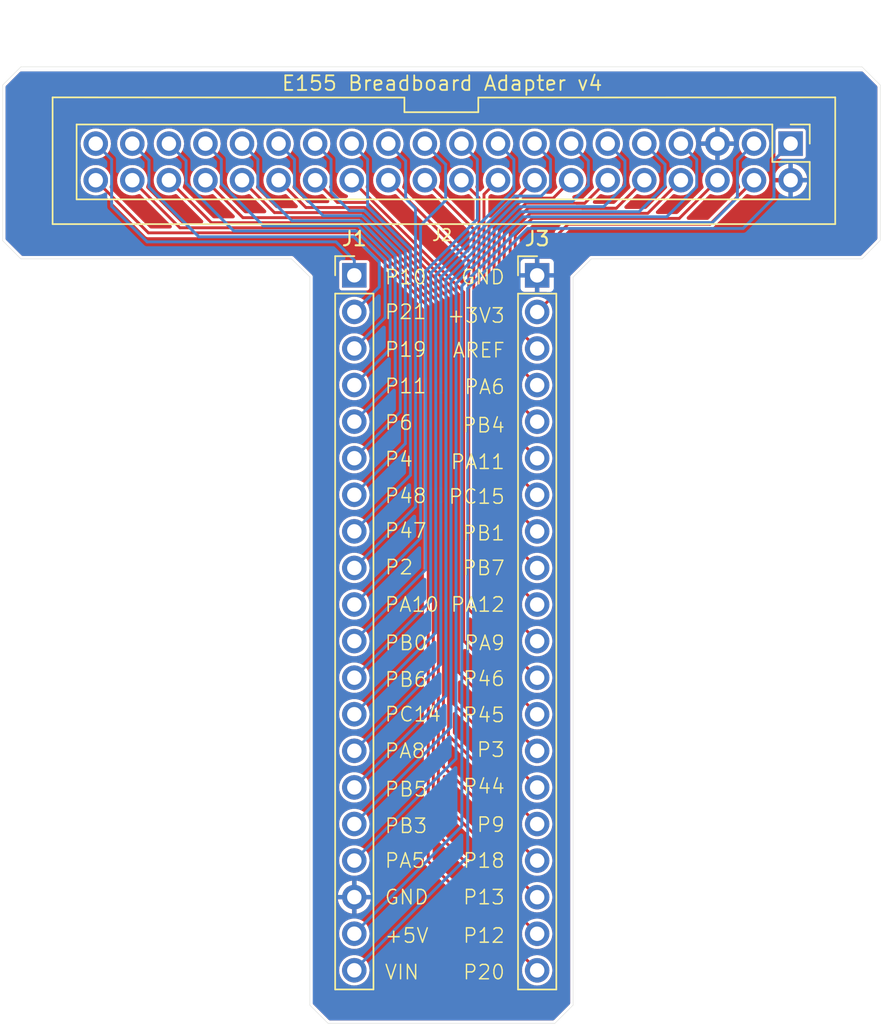
<source format=kicad_pcb>
(kicad_pcb (version 20221018) (generator pcbnew)
  (layers (0 "F.Cu" signal) (31 "B.Cu" signal) (34 "B.Paste" user) (35 "F.Paste" user) (36 "B.SilkS" user "B.Silkscreen") (37 "F.SilkS" user "F.Silkscreen") (38 "B.Mask" user) (39 "F.Mask" user) (44 "Edge.Cuts" user))
  (net 0 "")
  (net 1 "/VIN")
  (net 2 "/+5V")
  (net 3 "/GND")
  (net 4 "/PA5")
  (net 5 "/PB3")
  (net 6 "/PB5")
  (net 7 "/PA8")
  (net 8 "/PC14")
  (net 9 "/PB6")
  (net 10 "/PB0")
  (net 11 "/PA10")
  (net 12 "/P47")
  (net 13 "/P48")
  (net 14 "/P4")
  (net 15 "/P6")
  (net 16 "/P11")
  (net 17 "/P19")
  (net 18 "/P21")
  (net 19 "/P10")
  (net 20 "/P2")
  (net 21 "/+3V3")
  (net 22 "/AREF")
  (net 23 "/PA6")
  (net 24 "/PB4")
  (net 25 "/PA11")
  (net 26 "/PC15")
  (net 27 "/PB1")
  (net 28 "/PB7")
  (net 29 "/PA12")
  (net 30 "/PA9")
  (net 31 "/P45")
  (net 32 "/P3")
  (net 33 "/P44")
  (net 34 "/P9")
  (net 35 "/P18")
  (net 36 "/P13")
  (net 37 "/P12")
  (net 38 "/P46")
  (net 39 "/P20")
  (footprint "E155_Footprints:2x20 Pin Header Keyed" (layer "F.Cu") (at 124.46 62.992 -90)
    (fp_text reference "J2" (at 3.937 -28.956 unlocked) (layer "F.SilkS") (effects (font (size 0.8 0.8) (thickness 0.12))))
    (fp_text value "40-pin Ribbon Cable Connector")
    (fp_line (start -5.625 -56.261) (end 3.175 -56.261) (stroke (width 0.12)) (layer "F.SilkS"))
    (fp_line (start -5.625 -1.905) (end -5.6134 -26.3398) (stroke (width 0.12)) (layer "F.SilkS"))
    (fp_line (start -5.625 -1.905) (end 3.175 -1.905) (stroke (width 0.12)) (layer "F.SilkS"))
    (fp_line (start -5.6134 -31.4706) (end -5.625 -56.261) (stroke (width 0.12)) (layer "F.SilkS"))
    (fp_line (start -5.6134 -31.4706) (end -4.5974 -31.4706) (stroke (width 0.12)) (layer "F.SilkS"))
    (fp_line (start -4.5974 -31.4706) (end -4.5974 -26.3398) (stroke (width 0.12)) (layer "F.SilkS"))
    (fp_line (start -4.5974 -26.3398) (end -5.6134 -26.3398) (stroke (width 0.12)) (layer "F.SilkS"))
    (fp_line (start -3.743 -54.4922) (end -2.413 -54.4922) (stroke (width 0.12)) (layer "F.SilkS"))
    (fp_line (start -3.743 -53.1622) (end -3.743 -54.4922) (stroke (width 0.12)) (layer "F.SilkS"))
    (fp_line (start -3.743 -51.8922) (end -3.743 -3.5722) (stroke (width 0.12)) (layer "F.SilkS"))
    (fp_line (start -3.743 -51.8922) (end -1.143 -51.8922) (stroke (width 0.12)) (layer "F.SilkS"))
    (fp_line (start -3.743 -3.5722) (end 1.457 -3.5722) (stroke (width 0.12)) (layer "F.SilkS"))
    (fp_line (start -1.143 -54.4922) (end 1.457 -54.4922) (stroke (width 0.12)) (layer "F.SilkS"))
    (fp_line (start -1.143 -51.8922) (end -1.143 -54.4922) (stroke (width 0.12)) (layer "F.SilkS"))
    (fp_line (start 1.457 -54.4922) (end 1.457 -3.5722) (stroke (width 0.12)) (layer "F.SilkS"))
    (fp_line (start 3.175 -56.261) (end 3.175 -1.905) (stroke (width 0.12)) (layer "F.SilkS"))
    (pad "1" thru_hole rect (at -2.413 -53.1622 270) (size 1.7 1.7) (drill 1) (layers "*.Cu" "*.Mask") (net 1 "/VIN"))
    (pad "2" thru_hole oval (at 0.127 -53.1622 270) (size 1.7 1.7) (drill 1) (layers "*.Cu" "*.Mask") (net 3 "/GND"))
    (pad "3" thru_hole oval (at -2.413 -50.6222 270) (size 1.7 1.7) (drill 1) (layers "*.Cu" "*.Mask") (net 2 "/+5V"))
    (pad "4" thru_hole oval (at 0.127 -50.6222 270) (size 1.7 1.7) (drill 1) (layers "*.Cu" "*.Mask") (net 21 "/+3V3"))
    (pad "5" thru_hole oval (at -2.413 -48.0822 270) (size 1.7 1.7) (drill 1) (layers "*.Cu" "*.Mask") (net 3 "/GND"))
    (pad "6" thru_hole oval (at 0.127 -48.0822 270) (size 1.7 1.7) (drill 1) (layers "*.Cu" "*.Mask") (net 22 "/AREF"))
    (pad "7" thru_hole oval (at -2.413 -45.5422 270) (size 1.7 1.7) (drill 1) (layers "*.Cu" "*.Mask") (net 4 "/PA5"))
    (pad "8" thru_hole oval (at 0.127 -45.5422 270) (size 1.7 1.7) (drill 1) (layers "*.Cu" "*.Mask") (net 23 "/PA6"))
    (pad "9" thru_hole oval (at -2.413 -43.0022 270) (size 1.7 1.7) (drill 1) (layers "*.Cu" "*.Mask") (net 5 "/PB3"))
    (pad "10" thru_hole oval (at 0.127 -43.0022 270) (size 1.7 1.7) (drill 1) (layers "*.Cu" "*.Mask") (net 24 "/PB4"))
    (pad "11" thru_hole oval (at -2.413 -40.4622 270) (size 1.7 1.7) (drill 1) (layers "*.Cu" "*.Mask") (net 6 "/PB5"))
    (pad "12" thru_hole oval (at 0.127 -40.4622 270) (size 1.7 1.7) (drill 1) (layers "*.Cu" "*.Mask") (net 25 "/PA11"))
    (pad "13" thru_hole oval (at -2.413 -37.9222 270) (size 1.7 1.7) (drill 1) (layers "*.Cu" "*.Mask") (net 7 "/PA8"))
    (pad "14" thru_hole oval (at 0.127 -37.9222 270) (size 1.7 1.7) (drill 1) (layers "*.Cu" "*.Mask") (net 26 "/PC15"))
    (pad "15" thru_hole oval (at -2.413 -35.3822 270) (size 1.7 1.7) (drill 1) (layers "*.Cu" "*.Mask") (net 8 "/PC14"))
    (pad "16" thru_hole oval (at 0.127 -35.3822 270) (size 1.7 1.7) (drill 1) (layers "*.Cu" "*.Mask") (net 27 "/PB1"))
    (pad "17" thru_hole oval (at -2.413 -32.8422 270) (size 1.7 1.7) (drill 1) (layers "*.Cu" "*.Mask") (net 9 "/PB6"))
    (pad "18" thru_hole oval (at 0.127 -32.8422 270) (size 1.7 1.7) (drill 1) (layers "*.Cu" "*.Mask") (net 28 "/PB7"))
    (pad "19" thru_hole oval (at -2.413 -30.3022 270) (size 1.7 1.7) (drill 1) (layers "*.Cu" "*.Mask") (net 10 "/PB0"))
    (pad "20" thru_hole oval (at 0.127 -30.3022 270) (size 1.7 1.7) (drill 1) (layers "*.Cu" "*.Mask") (net 29 "/PA12"))
    (pad "21" thru_hole oval (at -2.413 -27.7622 270) (size 1.7 1.7) (drill 1) (layers "*.Cu" "*.Mask") (net 11 "/PA10"))
    (pad "22" thru_hole oval (at 0.127 -27.7622 270) (size 1.7 1.7) (drill 1) (layers "*.Cu" "*.Mask") (net 30 "/PA9"))
    (pad "23" thru_hole oval (at -2.413 -25.2222 270) (size 1.7 1.7) (drill 1) (layers "*.Cu" "*.Mask") (net 20 "/P2"))
    (pad "24" thru_hole oval (at 0.127 -25.2222 270) (size 1.7 1.7) (drill 1) (layers "*.Cu" "*.Mask") (net 38 "/P46"))
    (pad "25" thru_hole oval (at -2.413 -22.6822 270) (size 1.7 1.7) (drill 1) (layers "*.Cu" "*.Mask") (net 12 "/P47"))
    (pad "26" thru_hole oval (at 0.127 -22.6822 270) (size 1.7 1.7) (drill 1) (layers "*.Cu" "*.Mask") (net 31 "/P45"))
    (pad "27" thru_hole oval (at -2.413 -20.1422 270) (size 1.7 1.7) (drill 1) (layers "*.Cu" "*.Mask") (net 13 "/P48"))
    (pad "28" thru_hole oval (at 0.127 -20.1422 270) (size 1.7 1.7) (drill 1) (layers "*.Cu" "*.Mask") (net 32 "/P3"))
    (pad "29" thru_hole oval (at -2.413 -17.6022 270) (size 1.7 1.7) (drill 1) (layers "*.Cu" "*.Mask") (net 14 "/P4"))
    (pad "30" thru_hole oval (at 0.127 -17.6022 270) (size 1.7 1.7) (drill 1) (layers "*.Cu" "*.Mask") (net 33 "/P44"))
    (pad "31" thru_hole oval (at -2.413 -15.0622 270) (size 1.7 1.7) (drill 1) (layers "*.Cu" "*.Mask") (net 15 "/P6"))
    (pad "32" thru_hole oval (at 0.127 -15.0622 270) (size 1.7 1.7) (drill 1) (layers "*.Cu" "*.Mask") (net 34 "/P9"))
    (pad "33" thru_hole oval (at -2.413 -12.5222 270) (size 1.7 1.7) (drill 1) (layers "*.Cu" "*.Mask") (net 16 "/P11"))
    (pad "34" thru_hole oval (at 0.127 -12.5222 270) (size 1.7 1.7) (drill 1) (layers "*.Cu" "*.Mask") (net 35 "/P18"))
    (pad "35" thru_hole oval (at -2.413 -9.9822 270) (size 1.7 1.7) (drill 1) (layers "*.Cu" "*.Mask") (net 17 "/P19"))
    (pad "36" thru_hole oval (at 0.127 -9.9822 270) (size 1.7 1.7) (drill 1) (layers "*.Cu" "*.Mask") (net 36 "/P13"))
    (pad "37" thru_hole oval (at -2.413 -7.4422 270) (size 1.7 1.7) (drill 1) (layers "*.Cu" "*.Mask") (net 18 "/P21"))
    (pad "38" thru_hole oval (at 0.127 -7.4422 270) (size 1.7 1.7) (drill 1) (layers "*.Cu" "*.Mask") (net 37 "/P12"))
    (pad "39" thru_hole oval (at -2.413 -4.9022 270) (size 1.7 1.7) (drill 1) (layers "*.Cu" "*.Mask") (net 19 "/P10"))
    (pad "40" thru_hole oval (at 0.127 -4.9022 270) (size 1.7 1.7) (drill 1) (layers "*.Cu" "*.Mask") (net 39 "/P20"))
  )
  (footprint "Connector_PinHeader_2.54mm:PinHeader_1x20_P2.54mm_Vertical" (layer "F.Cu") (at 147.32 69.723)
    (fp_text reference "J1" (at 0 -2.54) (layer "F.SilkS"))
    (fp_text value "Conn_01x20")
    (fp_line (start -1.33 -1.33) (end 0 -1.33) (stroke (width 0.12)) (layer "F.SilkS"))
    (fp_line (start -1.33 0) (end -1.33 -1.33) (stroke (width 0.12)) (layer "F.SilkS"))
    (fp_line (start -1.33 1.27) (end -1.33 49.59) (stroke (width 0.12)) (layer "F.SilkS"))
    (fp_line (start -1.33 1.27) (end 1.33 1.27) (stroke (width 0.12)) (layer "F.SilkS"))
    (fp_line (start -1.33 49.59) (end 1.33 49.59) (stroke (width 0.12)) (layer "F.SilkS"))
    (fp_line (start 1.33 1.27) (end 1.33 49.59) (stroke (width 0.12)) (layer "F.SilkS"))
    (pad "1" thru_hole rect (at 0 0) (size 1.7 1.7) (drill 1) (layers "*.Cu" "*.Mask") (net 19 "/P10"))
    (pad "2" thru_hole oval (at 0 2.54) (size 1.7 1.7) (drill 1) (layers "*.Cu" "*.Mask") (net 18 "/P21"))
    (pad "3" thru_hole oval (at 0 5.08) (size 1.7 1.7) (drill 1) (layers "*.Cu" "*.Mask") (net 17 "/P19"))
    (pad "4" thru_hole oval (at 0 7.62) (size 1.7 1.7) (drill 1) (layers "*.Cu" "*.Mask") (net 16 "/P11"))
    (pad "5" thru_hole oval (at 0 10.16) (size 1.7 1.7) (drill 1) (layers "*.Cu" "*.Mask") (net 15 "/P6"))
    (pad "6" thru_hole oval (at 0 12.7) (size 1.7 1.7) (drill 1) (layers "*.Cu" "*.Mask") (net 14 "/P4"))
    (pad "7" thru_hole oval (at 0 15.24) (size 1.7 1.7) (drill 1) (layers "*.Cu" "*.Mask") (net 13 "/P48"))
    (pad "8" thru_hole oval (at 0 17.78) (size 1.7 1.7) (drill 1) (layers "*.Cu" "*.Mask") (net 12 "/P47"))
    (pad "9" thru_hole oval (at 0 20.32) (size 1.7 1.7) (drill 1) (layers "*.Cu" "*.Mask") (net 20 "/P2"))
    (pad "10" thru_hole oval (at 0 22.86) (size 1.7 1.7) (drill 1) (layers "*.Cu" "*.Mask") (net 11 "/PA10"))
    (pad "11" thru_hole oval (at 0 25.4) (size 1.7 1.7) (drill 1) (layers "*.Cu" "*.Mask") (net 10 "/PB0"))
    (pad "12" thru_hole oval (at 0 27.94) (size 1.7 1.7) (drill 1) (layers "*.Cu" "*.Mask") (net 9 "/PB6"))
    (pad "13" thru_hole oval (at 0 30.48) (size 1.7 1.7) (drill 1) (layers "*.Cu" "*.Mask") (net 8 "/PC14"))
    (pad "14" thru_hole oval (at 0 33.02) (size 1.7 1.7) (drill 1) (layers "*.Cu" "*.Mask") (net 7 "/PA8"))
    (pad "15" thru_hole oval (at 0 35.56) (size 1.7 1.7) (drill 1) (layers "*.Cu" "*.Mask") (net 6 "/PB5"))
    (pad "16" thru_hole oval (at 0 38.1) (size 1.7 1.7) (drill 1) (layers "*.Cu" "*.Mask") (net 5 "/PB3"))
    (pad "17" thru_hole oval (at 0 40.64) (size 1.7 1.7) (drill 1) (layers "*.Cu" "*.Mask") (net 4 "/PA5"))
    (pad "18" thru_hole oval (at 0 43.18) (size 1.7 1.7) (drill 1) (layers "*.Cu" "*.Mask") (net 3 "/GND"))
    (pad "19" thru_hole oval (at 0 45.72) (size 1.7 1.7) (drill 1) (layers "*.Cu" "*.Mask") (net 2 "/+5V"))
    (pad "20" thru_hole oval (at 0 48.26) (size 1.7 1.7) (drill 1) (layers "*.Cu" "*.Mask") (net 1 "/VIN"))
  )
  (footprint "Connector_PinHeader_2.54mm:PinHeader_1x20_P2.54mm_Vertical" (layer "F.Cu") (at 160.02 69.726836)
    (fp_text reference "J3" (at 0 -2.543836) (layer "F.SilkS"))
    (fp_text value "Conn_01x20")
    (fp_line (start -1.33 -1.33) (end 0 -1.33) (stroke (width 0.12)) (layer "F.SilkS"))
    (fp_line (start -1.33 0) (end -1.33 -1.33) (stroke (width 0.12)) (layer "F.SilkS"))
    (fp_line (start -1.33 1.27) (end -1.33 49.59) (stroke (width 0.12)) (layer "F.SilkS"))
    (fp_line (start -1.33 1.27) (end 1.33 1.27) (stroke (width 0.12)) (layer "F.SilkS"))
    (fp_line (start -1.33 49.59) (end 1.33 49.59) (stroke (width 0.12)) (layer "F.SilkS"))
    (fp_line (start 1.33 1.27) (end 1.33 49.59) (stroke (width 0.12)) (layer "F.SilkS"))
    (pad "1" thru_hole rect (at 0 0) (size 1.7 1.7) (drill 1) (layers "*.Cu" "*.Mask") (net 3 "/GND"))
    (pad "2" thru_hole oval (at 0 2.54) (size 1.7 1.7) (drill 1) (layers "*.Cu" "*.Mask") (net 21 "/+3V3"))
    (pad "3" thru_hole oval (at 0 5.08) (size 1.7 1.7) (drill 1) (layers "*.Cu" "*.Mask") (net 22 "/AREF"))
    (pad "4" thru_hole oval (at 0 7.62) (size 1.7 1.7) (drill 1) (layers "*.Cu" "*.Mask") (net 23 "/PA6"))
    (pad "5" thru_hole oval (at 0 10.16) (size 1.7 1.7) (drill 1) (layers "*.Cu" "*.Mask") (net 24 "/PB4"))
    (pad "6" thru_hole oval (at 0 12.7) (size 1.7 1.7) (drill 1) (layers "*.Cu" "*.Mask") (net 25 "/PA11"))
    (pad "7" thru_hole oval (at 0 15.24) (size 1.7 1.7) (drill 1) (layers "*.Cu" "*.Mask") (net 26 "/PC15"))
    (pad "8" thru_hole oval (at 0 17.78) (size 1.7 1.7) (drill 1) (layers "*.Cu" "*.Mask") (net 27 "/PB1"))
    (pad "9" thru_hole oval (at 0 20.32) (size 1.7 1.7) (drill 1) (layers "*.Cu" "*.Mask") (net 28 "/PB7"))
    (pad "10" thru_hole oval (at 0 22.86) (size 1.7 1.7) (drill 1) (layers "*.Cu" "*.Mask") (net 29 "/PA12"))
    (pad "11" thru_hole oval (at 0 25.4) (size 1.7 1.7) (drill 1) (layers "*.Cu" "*.Mask") (net 30 "/PA9"))
    (pad "12" thru_hole oval (at 0 27.94) (size 1.7 1.7) (drill 1) (layers "*.Cu" "*.Mask") (net 38 "/P46"))
    (pad "13" thru_hole oval (at 0 30.48) (size 1.7 1.7) (drill 1) (layers "*.Cu" "*.Mask") (net 31 "/P45"))
    (pad "14" thru_hole oval (at 0 33.02) (size 1.7 1.7) (drill 1) (layers "*.Cu" "*.Mask") (net 32 "/P3"))
    (pad "15" thru_hole oval (at 0 35.56) (size 1.7 1.7) (drill 1) (layers "*.Cu" "*.Mask") (net 33 "/P44"))
    (pad "16" thru_hole oval (at 0 38.1) (size 1.7 1.7) (drill 1) (layers "*.Cu" "*.Mask") (net 34 "/P9"))
    (pad "17" thru_hole oval (at 0 40.64) (size 1.7 1.7) (drill 1) (layers "*.Cu" "*.Mask") (net 35 "/P18"))
    (pad "18" thru_hole oval (at 0 43.18) (size 1.7 1.7) (drill 1) (layers "*.Cu" "*.Mask") (net 36 "/P13"))
    (pad "19" thru_hole oval (at 0 45.72) (size 1.7 1.7) (drill 1) (layers "*.Cu" "*.Mask") (net 37 "/P12"))
    (pad "20" thru_hole oval (at 0 48.26) (size 1.7 1.7) (drill 1) (layers "*.Cu" "*.Mask") (net 39 "/P20"))
  )
  (gr_line (start 163.786475 68.583836) (end 182.582475 68.583836) (stroke (width 0.0254)) (layer "Edge.Cuts"))
  (gr_line (start 122.892475 67.313836) (end 124.162475 68.583836) (stroke (width 0.0254)) (layer "Edge.Cuts"))
  (gr_line (start 161.246475 121.669836) (end 145.498475 121.669836) (stroke (width 0.0254)) (layer "Edge.Cuts"))
  (gr_line (start 162.516475 120.399836) (end 162.516475 69.853836) (stroke (width 0.0254)) (layer "Edge.Cuts"))
  (gr_line (start 161.246475 121.669836) (end 162.516475 120.399836) (stroke (width 0.0254)) (layer "Edge.Cuts"))
  (gr_line (start 122.892475 56.515) (end 124.162475 55.245) (stroke (width 0.0254)) (layer "Edge.Cuts"))
  (gr_line (start 182.582475 55.245) (end 183.852475 56.515) (stroke (width 0.0254)) (layer "Edge.Cuts"))
  (gr_line (start 144.228475 120.399836) (end 145.498475 121.669836) (stroke (width 0.0254)) (layer "Edge.Cuts"))
  (gr_line (start 183.852475 67.288436) (end 182.582475 68.583836) (stroke (width 0.0254)) (layer "Edge.Cuts"))
  (gr_line (start 124.162475 55.245) (end 182.582475 55.245) (stroke (width 0.0254)) (layer "Edge.Cuts"))
  (gr_line (start 162.516475 69.853836) (end 163.786475 68.583836) (stroke (width 0.0254)) (layer "Edge.Cuts"))
  (gr_line (start 183.852475 56.515) (end 183.852475 67.288436) (stroke (width 0.0254)) (layer "Edge.Cuts"))
  (gr_line (start 142.958475 68.583836) (end 144.228475 69.828436) (stroke (width 0.0254)) (layer "Edge.Cuts"))
  (gr_line (start 142.958475 68.583836) (end 124.162475 68.583836) (stroke (width 0.0254)) (layer "Edge.Cuts"))
  (gr_line (start 144.228475 120.399836) (end 144.228475 69.828436) (stroke (width 0.0254)) (layer "Edge.Cuts"))
  (gr_line (start 122.892475 67.313836) (end 122.892475 56.515) (stroke (width 0.0254)) (layer "Edge.Cuts"))
  (gr_text "PB0" (at 150.913143 95.253835) (layer "F.SilkS") (effects (font (size 1 1) (thickness 0.1))))
  (gr_text "PC15" (at 155.825297 85.09) (layer "F.SilkS") (effects (font (size 1 1) (thickness 0.1))))
  (gr_text "PB7" (at 156.301487 90.046836) (layer "F.SilkS") (effects (font (size 1 1) (thickness 0.1))))
  (gr_text "GND" (at 156.253868 69.85) (layer "F.SilkS") (effects (font (size 1 1) (thickness 0.1))))
  (gr_text "P19" (at 150.889334 74.875365) (layer "F.SilkS") (effects (font (size 1 1) (thickness 0.1))))
  (gr_text "PA8" (at 150.841715 102.746835) (layer "F.SilkS") (effects (font (size 1 1) (thickness 0.1))))
  (gr_text "P10" (at 150.889334 69.85) (layer "F.SilkS") (effects (font (size 1 1) (thickness 0.1))))
  (gr_text "P21" (at 150.889334 72.263) (layer "F.SilkS") (effects (font (size 1 1) (thickness 0.1))))
  (gr_text "P11" (at 150.889334 77.415365) (layer "F.SilkS") (effects (font (size 1 1) (thickness 0.1))))
  (gr_text "P44" (at 156.325297 105.2068) (layer "F.SilkS") (effects (font (size 1 1) (thickness 0.1))))
  (gr_text "P18\n" (at 156.325297 110.366836) (layer "F.SilkS") (effects (font (size 1 1) (thickness 0.1))))
  (gr_text "P2" (at 149.386953 89.9922) (layer "F.SilkS") (effects (font (size 1 1) (thickness 0.1)) (justify left)))
  (gr_text "+3V3" (at 155.777678 72.517) (layer "F.SilkS") (effects (font (size 1 1) (thickness 0.1))))
  (gr_text "GND" (at 150.960762 112.906835) (layer "F.SilkS") (effects (font (size 1 1) (thickness 0.1))))
  (gr_text "P48" (at 150.889334 85.0392) (layer "F.SilkS") (effects (font (size 1 1) (thickness 0.1))))
  (gr_text "P12" (at 156.325297 115.573836) (layer "F.SilkS") (effects (font (size 1 1) (thickness 0.1))))
  (gr_text "P47" (at 150.889334 87.4522) (layer "F.SilkS") (effects (font (size 1 1) (thickness 0.1))))
  (gr_text "PC14" (at 151.389334 100.206835) (layer "F.SilkS") (effects (font (size 1 1) (thickness 0.1))))
  (gr_text "VIN" (at 150.627429 118.113835) (layer "F.SilkS") (effects (font (size 1 1) (thickness 0.1))))
  (gr_text "PA6" (at 156.372916 77.47) (layer "F.SilkS") (effects (font (size 1 1) (thickness 0.1))))
  (gr_text "P4" (at 150.413143 82.495365) (layer "F.SilkS") (effects (font (size 1 1) (thickness 0.1))))
  (gr_text "PA12" (at 155.896725 92.586836) (layer "F.SilkS") (effects (font (size 1 1) (thickness 0.1))))
  (gr_text "E155 Breadboard Adapter v4" (at 153.416 56.388) (layer "F.SilkS") (effects (font (size 1.016 1.016) (thickness 0.127))))
  (gr_text "+5V" (at 150.960762 115.573835) (layer "F.SilkS") (effects (font (size 1 1) (thickness 0.1))))
  (gr_text "P9" (at 156.801487 107.8738) (layer "F.SilkS") (effects (font (size 1 1) (thickness 0.1))))
  (gr_text "P46" (at 156.325297 97.7392) (layer "F.SilkS") (effects (font (size 1 1) (thickness 0.1))))
  (gr_text "PB1" (at 156.301487 87.633836) (layer "F.SilkS") (effects (font (size 1 1) (thickness 0.1))))
  (gr_text "PA5" (at 150.841715 110.366835) (layer "F.SilkS") (effects (font (size 1 1) (thickness 0.1))))
  (gr_text "PA9" (at 156.372916 95.253836) (layer "F.SilkS") (effects (font (size 1 1) (thickness 0.1))))
  (gr_text "PB4" (at 156.301487 80.137) (layer "F.SilkS") (effects (font (size 1 1) (thickness 0.1))))
  (gr_text "PB5" (at 150.913143 105.413835) (layer "F.SilkS") (effects (font (size 1 1) (thickness 0.1))))
  (gr_text "AREF" (at 155.968154 74.93) (layer "F.SilkS") (effects (font (size 1 1) (thickness 0.1))))
  (gr_text "P13" (at 156.325297 112.906836) (layer "F.SilkS") (effects (font (size 1 1) (thickness 0.1))))
  (gr_text "P20" (at 156.325297 118.113836) (layer "F.SilkS") (effects (font (size 1 1) (thickness 0.1))))
  (gr_text "P45" (at 156.325297 100.2538) (layer "F.SilkS") (effects (font (size 1 1) (thickness 0.1))))
  (gr_text "PA11" (at 155.896725 82.677) (layer "F.SilkS") (effects (font (size 1 1) (thickness 0.1))))
  (gr_text "PB6" (at 150.913143 97.793835) (layer "F.SilkS") (effects (font (size 1 1) (thickness 0.1))))
  (gr_text "P3" (at 156.801487 102.6668) (layer "F.SilkS") (effects (font (size 1 1) (thickness 0.1))))
  (gr_text "PA10" (at 151.317905 92.586835) (layer "F.SilkS") (effects (font (size 1 1) (thickness 0.1))))
  (gr_text "PB3" (at 150.913143 107.953835) (layer "F.SilkS") (effects (font (size 1 1) (thickness 0.1))))
  (gr_text "P6" (at 150.413143 79.955365) (layer "F.SilkS") (effects (font (size 1 1) (thickness 0.1))))
  (segment (start 155.194 70.631182) (end 159.356052 66.46913) (width 0.2032) (layer "B.Cu") (net 1))
  (segment (start 147.32 117.976836) (end 155.194 110.102836) (width 0.2032) (layer "B.Cu") (net 1))
  (segment (start 174.32287 66.46913) (end 176.467889 64.324111) (width 0.2032) (layer "B.Cu") (net 1))
  (segment (start 159.356052 66.46913) (end 174.32287 66.46913) (width 0.2032) (layer "B.Cu") (net 1))
  (segment (start 176.467889 64.324111) (end 176.467889 61.733311) (width 0.2032) (layer "B.Cu") (net 1))
  (segment (start 155.194 110.102836) (end 155.194 70.631182) (width 0.2032) (layer "B.Cu") (net 1))
  (segment (start 176.467889 61.733311) (end 177.6222 60.579) (width 0.2032) (layer "B.Cu") (net 1))
  (segment (start 172.18879 66.06321) (end 159.187914 66.06321) (width 0.2032) (layer "B.Cu") (net 2))
  (segment (start 173.927889 61.733311) (end 173.927889 64.324111) (width 0.2032) (layer "B.Cu") (net 2))
  (segment (start 173.927889 64.324111) (end 172.18879 66.06321) (width 0.2032) (layer "B.Cu") (net 2))
  (segment (start 154.78808 107.968756) (end 147.32 115.436836) (width 0.2032) (layer "B.Cu") (net 2))
  (segment (start 159.187914 66.06321) (end 154.78808 70.463044) (width 0.2032) (layer "B.Cu") (net 2))
  (segment (start 175.0822 60.579) (end 173.927889 61.733311) (width 0.2032) (layer "B.Cu") (net 2))
  (segment (start 154.78808 70.463044) (end 154.78808 107.968756) (width 0.2032) (layer "B.Cu") (net 2))
  (segment (start 154.38376 103.293076) (end 154.383761 70.295569) (width 0.2) (layer "B.Cu") (net 4))
  (segment (start 171.104111 61.680911) (end 170.0022 60.579) (width 0.2) (layer "B.Cu") (net 4))
  (segment (start 171.104111 63.575428) (end 171.104111 61.680911) (width 0.2) (layer "B.Cu") (net 4))
  (segment (start 147.32 110.356836) (end 154.38376 103.293076) (width 0.2) (layer "B.Cu") (net 4))
  (segment (start 154.383761 70.295569) (end 159.02044 65.65889) (width 0.2) (layer "B.Cu") (net 4))
  (segment (start 159.02044 65.65889) (end 169.020649 65.65889) (width 0.2) (layer "B.Cu") (net 4))
  (segment (start 169.282769 65.396769) (end 171.104111 63.575428) (width 0.2) (layer "B.Cu") (net 4))
  (segment (start 169.020649 65.65889) (end 169.282769 65.396769) (width 0.2) (layer "B.Cu") (net 4))
  (segment (start 168.900289 62.017089) (end 168.900289 63.509711) (width 0.2) (layer "B.Cu") (net 5))
  (segment (start 158.87467 65.30697) (end 154.031841 70.149799) (width 0.2) (layer "B.Cu") (net 5))
  (segment (start 154.03184 101.104996) (end 147.32 107.816836) (width 0.2) (layer "B.Cu") (net 5))
  (segment (start 154.031841 70.149799) (end 154.03184 101.104996) (width 0.2) (layer "B.Cu") (net 5))
  (segment (start 167.10303 65.30697) (end 158.87467 65.30697) (width 0.2) (layer "B.Cu") (net 5))
  (segment (start 167.4622 60.579) (end 168.900289 62.017089) (width 0.2) (layer "B.Cu") (net 5))
  (segment (start 168.900289 63.509711) (end 167.10303 65.30697) (width 0.2) (layer "B.Cu") (net 5))
  (segment (start 153.67992 98.916916) (end 153.67992 70.00403) (width 0.2) (layer "B.Cu") (net 6))
  (segment (start 166.116 63.483539) (end 166.116 61.7728) (width 0.2) (layer "B.Cu") (net 6))
  (segment (start 158.7289 64.95505) (end 164.644489 64.95505) (width 0.2) (layer "B.Cu") (net 6))
  (segment (start 147.32 105.276836) (end 153.67992 98.916916) (width 0.2) (layer "B.Cu") (net 6))
  (segment (start 166.116 61.7728) (end 164.9222 60.579) (width 0.2) (layer "B.Cu") (net 6))
  (segment (start 164.644489 64.95505) (end 166.116 63.483539) (width 0.2) (layer "B.Cu") (net 6))
  (segment (start 153.67992 70.00403) (end 158.7289 64.95505) (width 0.2) (layer "B.Cu") (net 6))
  (segment (start 153.328 69.85826) (end 153.328 96.728836) (width 0.2) (layer "B.Cu") (net 7))
  (segment (start 162.3822 60.579) (end 163.576 61.7728) (width 0.2) (layer "B.Cu") (net 7))
  (segment (start 153.328 96.728836) (end 147.32 102.736836) (width 0.2) (layer "B.Cu") (net 7))
  (segment (start 162.456409 64.60313) (end 158.58313 64.60313) (width 0.2) (layer "B.Cu") (net 7))
  (segment (start 158.58313 64.60313) (end 153.328 69.85826) (width 0.2) (layer "B.Cu") (net 7))
  (segment (start 163.576 61.7728) (end 163.576 63.483539) (width 0.2) (layer "B.Cu") (net 7))
  (segment (start 163.576 63.483539) (end 162.456409 64.60313) (width 0.2) (layer "B.Cu") (net 7))
  (segment (start 147.32 100.196836) (end 152.97608 94.540756) (width 0.2) (layer "B.Cu") (net 8))
  (segment (start 160.944111 61.680911) (end 159.8422 60.579) (width 0.2) (layer "B.Cu") (net 8))
  (segment (start 160.944111 63.575428) (end 160.944111 61.680911) (width 0.2) (layer "B.Cu") (net 8))
  (segment (start 160.298628 64.220911) (end 160.944111 63.575428) (width 0.2) (layer "B.Cu") (net 8))
  (segment (start 152.97608 69.71249) (end 158.467659 64.220911) (width 0.2) (layer "B.Cu") (net 8))
  (segment (start 158.467659 64.220911) (end 160.298628 64.220911) (width 0.2) (layer "B.Cu") (net 8))
  (segment (start 152.97608 94.540756) (end 152.97608 69.71249) (width 0.2) (layer "B.Cu") (net 8))
  (segment (start 157.3022 60.579) (end 158.404111 61.680911) (width 0.2) (layer "B.Cu") (net 9))
  (segment (start 158.404111 61.680911) (end 158.404111 63.786769) (width 0.2) (layer "B.Cu") (net 9))
  (segment (start 152.62416 69.56672) (end 152.62416 92.352676) (width 0.2) (layer "B.Cu") (net 9))
  (segment (start 152.62416 92.352676) (end 147.32 97.656836) (width 0.2) (layer "B.Cu") (net 9))
  (segment (start 158.404111 63.786769) (end 152.62416 69.56672) (width 0.2) (layer "B.Cu") (net 9))
  (segment (start 155.864111 61.680911) (end 154.7622 60.579) (width 0.2) (layer "B.Cu") (net 10))
  (segment (start 152.27224 69.42095) (end 155.864111 65.82908) (width 0.2) (layer "B.Cu") (net 10))
  (segment (start 147.32 95.116836) (end 152.27224 90.164596) (width 0.2) (layer "B.Cu") (net 10))
  (segment (start 155.864111 65.82908) (end 155.864111 61.680911) (width 0.2) (layer "B.Cu") (net 10))
  (segment (start 152.27224 90.164596) (end 152.27224 69.42095) (width 0.2) (layer "B.Cu") (net 10))
  (segment (start 151.92032 87.976516) (end 147.32 92.576836) (width 0.2) (layer "B.Cu") (net 11))
  (segment (start 153.660289 62.036511) (end 153.660289 64.525711) (width 0.2) (layer "B.Cu") (net 11))
  (segment (start 152.2222 60.579) (end 153.67 62.0268) (width 0.2) (layer "B.Cu") (net 11))
  (segment (start 151.92032 66.26568) (end 151.92032 87.976516) (width 0.2) (layer "B.Cu") (net 11))
  (segment (start 153.660289 64.525711) (end 151.92032 66.26568) (width 0.2) (layer "B.Cu") (net 11))
  (segment (start 153.67 62.0268) (end 153.660289 62.036511) (width 0.2) (layer "B.Cu") (net 11))
  (segment (start 147.1422 60.579) (end 148.244111 61.680911) (width 0.2) (layer "B.Cu") (net 12))
  (segment (start 148.244111 64.932111) (end 151.21648 67.90448) (width 0.2) (layer "B.Cu") (net 12))
  (segment (start 151.21648 83.600356) (end 147.32 87.496836) (width 0.2) (layer "B.Cu") (net 12))
  (segment (start 148.244111 61.680911) (end 148.244111 64.932111) (width 0.2) (layer "B.Cu") (net 12))
  (segment (start 151.21648 67.90448) (end 151.21648 83.600356) (width 0.2) (layer "B.Cu") (net 12))
  (segment (start 145.704111 63.957351) (end 145.704111 61.680911) (width 0.2) (layer "B.Cu") (net 13))
  (segment (start 147.32 84.956836) (end 150.86456 81.412276) (width 0.2) (layer "B.Cu") (net 13))
  (segment (start 145.704111 61.680911) (end 144.6022 60.579) (width 0.2) (layer "B.Cu") (net 13))
  (segment (start 148.04943 65.23512) (end 146.98188 65.23512) (width 0.2) (layer "B.Cu") (net 13))
  (segment (start 146.98188 65.23512) (end 145.704111 63.957351) (width 0.2) (layer "B.Cu") (net 13))
  (segment (start 150.86456 68.05025) (end 148.04943 65.23512) (width 0.2) (layer "B.Cu") (net 13))
  (segment (start 150.86456 81.412276) (end 150.86456 68.05025) (width 0.2) (layer "B.Cu") (net 13))
  (segment (start 142.0622 60.579) (end 143.164111 61.680911) (width 0.2) (layer "B.Cu") (net 14))
  (segment (start 150.51264 79.224196) (end 147.32 82.416836) (width 0.2) (layer "B.Cu") (net 14))
  (segment (start 143.164111 63.591889) (end 145.159262 65.58704) (width 0.2) (layer "B.Cu") (net 14))
  (segment (start 145.159262 65.58704) (end 147.90366 65.58704) (width 0.2) (layer "B.Cu") (net 14))
  (segment (start 150.51264 68.19602) (end 150.51264 79.224196) (width 0.2) (layer "B.Cu") (net 14))
  (segment (start 143.164111 61.680911) (end 143.164111 63.591889) (width 0.2) (layer "B.Cu") (net 14))
  (segment (start 147.90366 65.58704) (end 150.51264 68.19602) (width 0.2) (layer "B.Cu") (net 14))
  (segment (start 150.16072 77.036116) (end 150.16072 68.34179) (width 0.2) (layer "B.Cu") (net 15))
  (segment (start 140.624111 63.575428) (end 140.624111 61.680911) (width 0.2) (layer "B.Cu") (net 15))
  (segment (start 150.16072 68.34179) (end 147.75789 65.93896) (width 0.2) (layer "B.Cu") (net 15))
  (segment (start 140.624111 61.680911) (end 139.5222 60.579) (width 0.2) (layer "B.Cu") (net 15))
  (segment (start 142.987642 65.93896) (end 140.624111 63.575428) (width 0.2) (layer "B.Cu") (net 15))
  (segment (start 147.32 79.876836) (end 150.16072 77.036116) (width 0.2) (layer "B.Cu") (net 15))
  (segment (start 147.75789 65.93896) (end 142.987642 65.93896) (width 0.2) (layer "B.Cu") (net 15))
  (segment (start 136.9822 60.579) (end 138.084111 61.680911) (width 0.2) (layer "B.Cu") (net 16))
  (segment (start 141.00664 66.29088) (end 147.61212 66.29088) (width 0.2) (layer "B.Cu") (net 16))
  (segment (start 149.8088 68.48756) (end 149.8088 74.848036) (width 0.2) (layer "B.Cu") (net 16))
  (segment (start 138.084111 63.368351) (end 141.00664 66.29088) (width 0.2) (layer "B.Cu") (net 16))
  (segment (start 149.8088 74.848036) (end 147.32 77.336836) (width 0.2) (layer "B.Cu") (net 16))
  (segment (start 138.084111 61.680911) (end 138.084111 63.368351) (width 0.2) (layer "B.Cu") (net 16))
  (segment (start 147.61212 66.29088) (end 149.8088 68.48756) (width 0.2) (layer "B.Cu") (net 16))
  (segment (start 149.45688 72.659956) (end 149.45688 68.63333) (width 0.2) (layer "B.Cu") (net 17))
  (segment (start 147.46635 66.6428) (end 138.94766 66.6428) (width 0.2) (layer "B.Cu") (net 17))
  (segment (start 149.45688 68.63333) (end 147.46635 66.6428) (width 0.2) (layer "B.Cu") (net 17))
  (segment (start 135.636 61.7728) (end 134.4422 60.579) (width 0.2) (layer "B.Cu") (net 17))
  (segment (start 138.94766 66.6428) (end 135.636 63.331139) (width 0.2) (layer "B.Cu") (net 17))
  (segment (start 135.636 63.331139) (end 135.636 61.7728) (width 0.2) (layer "B.Cu") (net 17))
  (segment (start 147.32 74.796836) (end 149.45688 72.659956) (width 0.2) (layer "B.Cu") (net 17))
  (segment (start 136.516119 67.047119) (end 133.056511 63.587511) (width 0.2032) (layer "B.Cu") (net 18))
  (segment (start 138.780185 67.047119) (end 136.516119 67.047119) (width 0.2032) (layer "B.Cu") (net 18))
  (segment (start 147.298876 67.04712) (end 138.780185 67.047119) (width 0.2032) (layer "B.Cu") (net 18))
  (segment (start 133.056511 61.733311) (end 131.9022 60.579) (width 0.2032) (layer "B.Cu") (net 18))
  (segment (start 133.056511 63.587511) (end 133.056511 62.825511) (width 0.2032) (layer "B.Cu") (net 18))
  (segment (start 149.05256 70.53044) (end 149.05256 68.800804) (width 0.2032) (layer "B.Cu") (net 18))
  (segment (start 149.05256 68.800804) (end 147.298876 67.04712) (width 0.2032) (layer "B.Cu") (net 18))
  (segment (start 147.32 72.263) (end 149.05256 70.53044) (width 0.2032) (layer "B.Cu") (net 18))
  (segment (start 133.056511 62.825511) (end 133.056511 61.733311) (width 0.2032) (layer "B.Cu") (net 18))
  (segment (start 146.04764 67.40064) (end 132.93264 67.40064) (width 0.2) (layer "B.Cu") (net 19))
  (segment (start 132.93264 67.40064) (end 132.08 66.548) (width 0.2) (layer "B.Cu") (net 19))
  (segment (start 147.32 69.723) (end 147.32 68.673) (width 0.2) (layer "B.Cu") (net 19))
  (segment (start 130.464111 64.932111) (end 130.464111 61.680911) (width 0.2) (layer "B.Cu") (net 19))
  (segment (start 147.32 68.673) (end 146.04764 67.40064) (width 0.2) (layer "B.Cu") (net 19))
  (segment (start 132.08 66.548) (end 130.464111 64.932111) (width 0.2) (layer "B.Cu") (net 19))
  (segment (start 130.464111 61.680911) (end 129.3622 60.579) (width 0.2) (layer "B.Cu") (net 19))
  (segment (start 151.5684 85.788436) (end 151.5684 65.0814) (width 0.2) (layer "B.Cu") (net 20))
  (segment (start 150.885351 61.782151) (end 149.6822 60.579) (width 0.2) (layer "B.Cu") (net 20))
  (segment (start 150.885351 64.398351) (end 150.885351 61.782151) (width 0.2) (layer "B.Cu") (net 20))
  (segment (start 151.5684 65.0814) (end 150.885351 64.398351) (width 0.2) (layer "B.Cu") (net 20))
  (segment (start 147.32 90.036836) (end 151.5684 85.788436) (width 0.2) (layer "B.Cu") (net 20))
  (segment (start 161.544 66.802) (end 162.1704 66.1756) (width 0.2032) (layer "F.Cu") (net 21))
  (segment (start 161.544 70.742836) (end 161.544 66.802) (width 0.2032) (layer "F.Cu") (net 21))
  (segment (start 162.1704 66.1756) (end 172.0256 66.1756) (width 0.2032) (layer "F.Cu") (net 21))
  (segment (start 172.0256 66.1756) (end 175.0822 63.119) (width 0.2032) (layer "F.Cu") (net 21))
  (segment (start 160.02 72.266836) (end 161.544 70.742836) (width 0.2032) (layer "F.Cu") (net 21))
  (segment (start 160.02 74.806836) (end 158.496 73.282836) (width 0.2) (layer "F.Cu") (net 22))
  (segment (start 158.496 66.95365) (end 159.67837 65.77128) (width 0.2) (layer "F.Cu") (net 22))
  (segment (start 159.67837 65.77128) (end 169.88992 65.77128) (width 0.2) (layer "F.Cu") (net 22))
  (segment (start 158.496 73.282836) (end 158.496 66.95365) (width 0.2) (layer "F.Cu") (net 22))
  (segment (start 169.88992 65.77128) (end 172.5422 63.119) (width 0.2) (layer "F.Cu") (net 22))
  (segment (start 167.70184 65.41936) (end 170.0022 63.119) (width 0.2) (layer "F.Cu") (net 23))
  (segment (start 160.02 77.346836) (end 158.14408 75.470916) (width 0.2) (layer "F.Cu") (net 23))
  (segment (start 159.5326 65.41936) (end 167.70184 65.41936) (width 0.2) (layer "F.Cu") (net 23))
  (segment (start 158.14408 75.470916) (end 158.14408 66.80788) (width 0.2) (layer "F.Cu") (net 23))
  (segment (start 158.14408 66.80788) (end 159.5326 65.41936) (width 0.2) (layer "F.Cu") (net 23))
  (segment (start 164.42156 65.06744) (end 165.27044 65.06744) (width 0.2) (layer "F.Cu") (net 24))
  (segment (start 164.42156 65.06744) (end 165.51376 65.06744) (width 0.2) (layer "F.Cu") (net 24))
  (segment (start 160.02 79.886836) (end 157.734 77.600836) (width 0.2) (layer "F.Cu") (net 24))
  (segment (start 163.15156 65.06744) (end 164.42156 65.06744) (width 0.2) (layer "F.Cu") (net 24))
  (segment (start 157.734 77.600836) (end 157.734 66.72027) (width 0.2) (layer "F.Cu") (net 24))
  (segment (start 159.38683 65.06744) (end 163.15156 65.06744) (width 0.2) (layer "F.Cu") (net 24))
  (segment (start 163.15156 65.06744) (end 165.51376 65.06744) (width 0.2) (layer "F.Cu") (net 24))
  (segment (start 157.734 66.72027) (end 159.38683 65.06744) (width 0.2) (layer "F.Cu") (net 24))
  (segment (start 165.51376 65.06744) (end 167.4622 63.119) (width 0.2) (layer "F.Cu") (net 24))
  (segment (start 162.75952 64.71552) (end 163.32568 64.71552) (width 0.2) (layer "F.Cu") (net 25))
  (segment (start 157.38208 79.788916) (end 157.38208 68.44454) (width 0.2) (layer "F.Cu") (net 25))
  (segment (start 157.38208 68.44454) (end 157.38208 66.5745) (width 0.2) (layer "F.Cu") (net 25))
  (segment (start 163.26752 64.71552) (end 163.32568 64.71552) (width 0.2) (layer "F.Cu") (net 25))
  (segment (start 162.75952 64.71552) (end 163.26752 64.71552) (width 0.2) (layer "F.Cu") (net 25))
  (segment (start 160.02 82.426836) (end 157.38208 79.788916) (width 0.2) (layer "F.Cu") (net 25))
  (segment (start 163.32568 64.71552) (end 164.9222 63.119) (width 0.2) (layer "F.Cu") (net 25))
  (segment (start 159.24106 64.71552) (end 162.75952 64.71552) (width 0.2) (layer "F.Cu") (net 25))
  (segment (start 157.38208 66.5745) (end 159.24106 64.71552) (width 0.2) (layer "F.Cu") (net 25))
  (segment (start 160.02 84.966836) (end 157.03016 81.976996) (width 0.2) (layer "F.Cu") (net 26))
  (segment (start 159.09529 64.3636) (end 161.1376 64.3636) (width 0.2) (layer "F.Cu") (net 26))
  (segment (start 161.1376 64.3636) (end 162.3822 63.119) (width 0.2) (layer "F.Cu") (net 26))
  (segment (start 157.03016 81.976996) (end 157.03016 66.42873) (width 0.2) (layer "F.Cu") (net 26))
  (segment (start 157.03016 66.42873) (end 159.09529 64.3636) (width 0.2) (layer "F.Cu") (net 26))
  (segment (start 160.02 87.506836) (end 156.67824 84.165076) (width 0.2) (layer "F.Cu") (net 27))
  (segment (start 156.67824 84.165076) (end 156.67824 66.28296) (width 0.2) (layer "F.Cu") (net 27))
  (segment (start 156.67824 66.28296) (end 159.8422 63.119) (width 0.2) (layer "F.Cu") (net 27))
  (segment (start 156.32632 86.353156) (end 156.32632 64.09488) (width 0.2) (layer "F.Cu") (net 28))
  (segment (start 156.32632 64.09488) (end 157.3022 63.119) (width 0.2) (layer "F.Cu") (net 28))
  (segment (start 160.02 90.046836) (end 156.32632 86.353156) (width 0.2) (layer "F.Cu") (net 28))
  (segment (start 160.02 92.586836) (end 155.9744 88.541236) (width 0.2) (layer "F.Cu") (net 29))
  (segment (start 155.9744 64.3312) (end 154.7622 63.119) (width 0.2) (layer "F.Cu") (net 29))
  (segment (start 155.9744 88.541236) (end 155.9744 64.3312) (width 0.2) (layer "F.Cu") (net 29))
  (segment (start 155.62248 90.729316) (end 155.62248 66.51928) (width 0.2) (layer "F.Cu") (net 30))
  (segment (start 160.02 95.126836) (end 155.62248 90.729316) (width 0.2) (layer "F.Cu") (net 30))
  (segment (start 155.62248 66.51928) (end 152.2222 63.119) (width 0.2) (layer "F.Cu") (net 30))
  (segment (start 154.91864 70.89544) (end 147.1422 63.119) (width 0.2) (layer "F.Cu") (net 31))
  (segment (start 160.02 100.206836) (end 154.91864 95.105476) (width 0.2) (layer "F.Cu") (net 31))
  (segment (start 154.91864 95.105476) (end 154.91864 70.89544) (width 0.2) (layer "F.Cu") (net 31))
  (segment (start 154.56672 71.04121) (end 148.188755 64.663245) (width 0.2) (layer "F.Cu") (net 32))
  (segment (start 154.56672 97.293556) (end 154.56672 71.04121) (width 0.2) (layer "F.Cu") (net 32))
  (segment (start 148.188755 64.663245) (end 146.146445 64.663245) (width 0.2) (layer "F.Cu") (net 32))
  (segment (start 146.146445 64.663245) (end 144.6022 63.119) (width 0.2) (layer "F.Cu") (net 32))
  (segment (start 160.02 102.746836) (end 154.56672 97.293556) (width 0.2) (layer "F.Cu") (net 32))
  (segment (start 143.958365 65.015165) (end 148.042985 65.015165) (width 0.2) (layer "F.Cu") (net 33))
  (segment (start 154.2148 71.18698) (end 154.2148 99.481636) (width 0.2) (layer "F.Cu") (net 33))
  (segment (start 148.042985 65.015165) (end 154.2148 71.18698) (width 0.2) (layer "F.Cu") (net 33))
  (segment (start 154.2148 99.481636) (end 160.02 105.286836) (width 0.2) (layer "F.Cu") (net 33))
  (segment (start 142.0622 63.119) (end 143.958365 65.015165) (width 0.2) (layer "F.Cu") (net 33))
  (segment (start 153.86288 101.669716) (end 153.86288 71.33275) (width 0.2) (layer "F.Cu") (net 34))
  (segment (start 160.02 107.826836) (end 153.86288 101.669716) (width 0.2) (layer "F.Cu") (net 34))
  (segment (start 141.770285 65.367085) (end 139.5222 63.119) (width 0.2) (layer "F.Cu") (net 34))
  (segment (start 147.897215 65.367085) (end 141.770285 65.367085) (width 0.2) (layer "F.Cu") (net 34))
  (segment (start 153.86288 71.33275) (end 147.897215 65.367085) (width 0.2) (layer "F.Cu") (net 34))
  (segment (start 153.51096 103.857796) (end 160.02 110.366836) (width 0.2) (layer "F.Cu") (net 35))
  (segment (start 153.51096 71.47852) (end 153.51096 103.857796) (width 0.2) (layer "F.Cu") (net 35))
  (segment (start 139.582205 65.719005) (end 147.751445 65.719005) (width 0.2) (layer "F.Cu") (net 35))
  (segment (start 136.9822 63.119) (end 139.582205 65.719005) (width 0.2) (layer "F.Cu") (net 35))
  (segment (start 147.751445 65.719005) (end 153.51096 71.47852) (width 0.2) (layer "F.Cu") (net 35))
  (segment (start 137.394125 66.070925) (end 134.4422 63.119) (width 0.2) (layer "F.Cu") (net 36))
  (segment (start 160.02 112.906836) (end 153.15904 106.045876) (width 0.2) (layer "F.Cu") (net 36))
  (segment (start 147.605675 66.070925) (end 137.394125 66.070925) (width 0.2) (layer "F.Cu") (net 36))
  (segment (start 153.15904 106.045876) (end 153.15904 71.62429) (width 0.2) (layer "F.Cu") (net 36))
  (segment (start 153.15904 71.62429) (end 147.605675 66.070925) (width 0.2) (layer "F.Cu") (net 36))
  (segment (start 152.80712 71.77006) (end 152.80712 108.233956) (width 0.2) (layer "F.Cu") (net 37))
  (segment (start 147.459905 66.422845) (end 152.80712 71.77006) (width 0.2) (layer "F.Cu") (net 37))
  (segment (start 131.9022 63.119) (end 135.206045 66.422845) (width 0.2) (layer "F.Cu") (net 37))
  (segment (start 152.80712 108.233956) (end 160.02 115.446836) (width 0.2) (layer "F.Cu") (net 37))
  (segment (start 135.206045 66.422845) (end 147.459905 66.422845) (width 0.2) (layer "F.Cu") (net 37))
  (segment (start 155.27056 92.917396) (end 155.27056 68.70736) (width 0.2) (layer "F.Cu") (net 38))
  (segment (start 155.27056 68.70736) (end 149.6822 63.119) (width 0.2) (layer "F.Cu") (net 38))
  (segment (start 160.02 97.666836) (end 155.27056 92.917396) (width 0.2) (layer "F.Cu") (net 38))
  (segment (start 133.017965 66.774765) (end 129.3622 63.119) (width 0.2) (layer "F.Cu") (net 39))
  (segment (start 152.4552 110.422036) (end 152.4552 71.91583) (width 0.2) (layer "F.Cu") (net 39))
  (segment (start 160.02 117.986836) (end 152.4552 110.422036) (width 0.2) (layer "F.Cu") (net 39))
  (segment (start 152.4552 71.91583) (end 147.314135 66.774765) (width 0.2) (layer "F.Cu") (net 39))
  (segment (start 147.314135 66.774765) (end 133.017965 66.774765) (width 0.2) (layer "F.Cu") (net 39))
  (zone (net 3) (net_name "/GND") (layers "F&B.Cu") (connect_pads (clearance 0.2032)) (min_thickness 0.254) (fill yes (thermal_gap 0.3048) (thermal_bridge_width 0.3048))
    (polygon (pts (xy 183.852475 68.964836) (xy 163.913475 68.964836) (xy 163.786475 121.733336) (xy 143.212475 121.669836) (xy 142.958475 69.091836) (xy 122.892475 69.091836) (xy 122.955975 55.566336) (xy 183.915975 55.566336)))
  )
)
</source>
